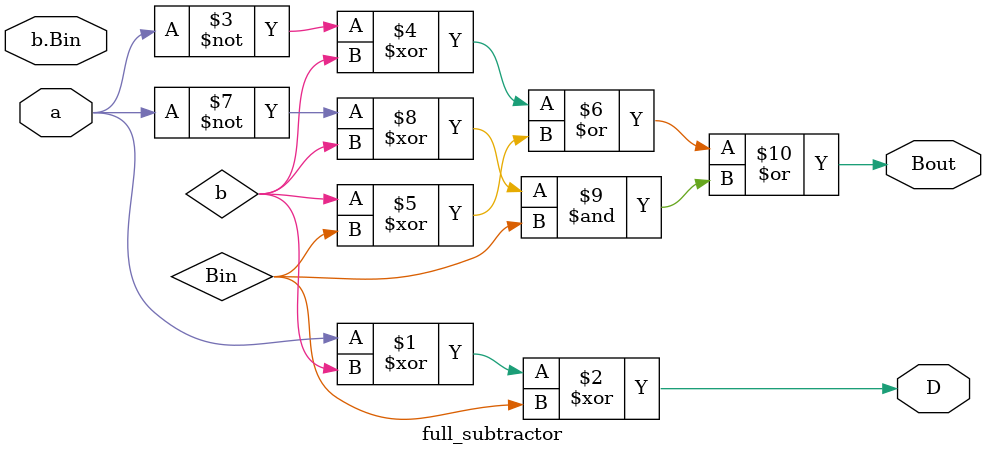
<source format=v>
module full_subtractor (input a,b.Bin, output D,Bout);
assign  D=a^b^Bin;
assign  Bout=(~a^b)|(b^Bin)|((~a^b)&Bin);
endmodule
</source>
